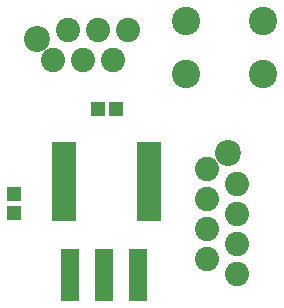
<source format=gbr>
G04 #@! TF.FileFunction,Soldermask,Bot*
%FSLAX46Y46*%
G04 Gerber Fmt 4.6, Leading zero omitted, Abs format (unit mm)*
G04 Created by KiCad (PCBNEW 4.0.7) date 07/17/18 16:46:28*
%MOMM*%
%LPD*%
G01*
G04 APERTURE LIST*
%ADD10C,0.100000*%
%ADD11R,1.200000X1.150000*%
%ADD12R,1.200000X1.200000*%
%ADD13C,2.050000*%
%ADD14C,2.200000*%
%ADD15C,2.400000*%
%ADD16R,2.150000X0.850000*%
%ADD17R,1.600000X4.400000*%
G04 APERTURE END LIST*
D10*
D11*
X151192800Y-100812600D03*
X152692800Y-100812600D03*
D12*
X144056100Y-109613600D03*
X144056100Y-108013600D03*
D13*
X162947000Y-114812300D03*
X160407000Y-113542300D03*
X162947000Y-109732300D03*
X162947000Y-107192300D03*
X162947000Y-112272300D03*
X160407000Y-105922300D03*
X160407000Y-108462300D03*
X160407000Y-111002300D03*
D14*
X162207000Y-104522300D03*
D13*
X151185100Y-94113700D03*
X148645100Y-94113700D03*
X153725100Y-94113700D03*
X147375100Y-96653700D03*
X149915100Y-96653700D03*
X152455100Y-96653700D03*
D14*
X145975100Y-94853700D03*
D15*
X165163500Y-97845000D03*
X165163500Y-93345000D03*
X158663500Y-97845000D03*
X158663500Y-93345000D03*
D16*
X155466600Y-104021700D03*
X155466600Y-104671700D03*
X155466600Y-105321700D03*
X155466600Y-105971700D03*
X155466600Y-106621700D03*
X155466600Y-107271700D03*
X155466600Y-107921700D03*
X155466600Y-108571700D03*
X155466600Y-109221700D03*
X155466600Y-109871700D03*
X148266600Y-109871700D03*
X148266600Y-109221700D03*
X148266600Y-108571700D03*
X148266600Y-107921700D03*
X148266600Y-107271700D03*
X148266600Y-106621700D03*
X148266600Y-105971700D03*
X148266600Y-105321700D03*
X148266600Y-104671700D03*
X148266600Y-104021700D03*
D17*
X148826100Y-114833400D03*
X151676100Y-114833400D03*
X154526100Y-114833400D03*
M02*

</source>
